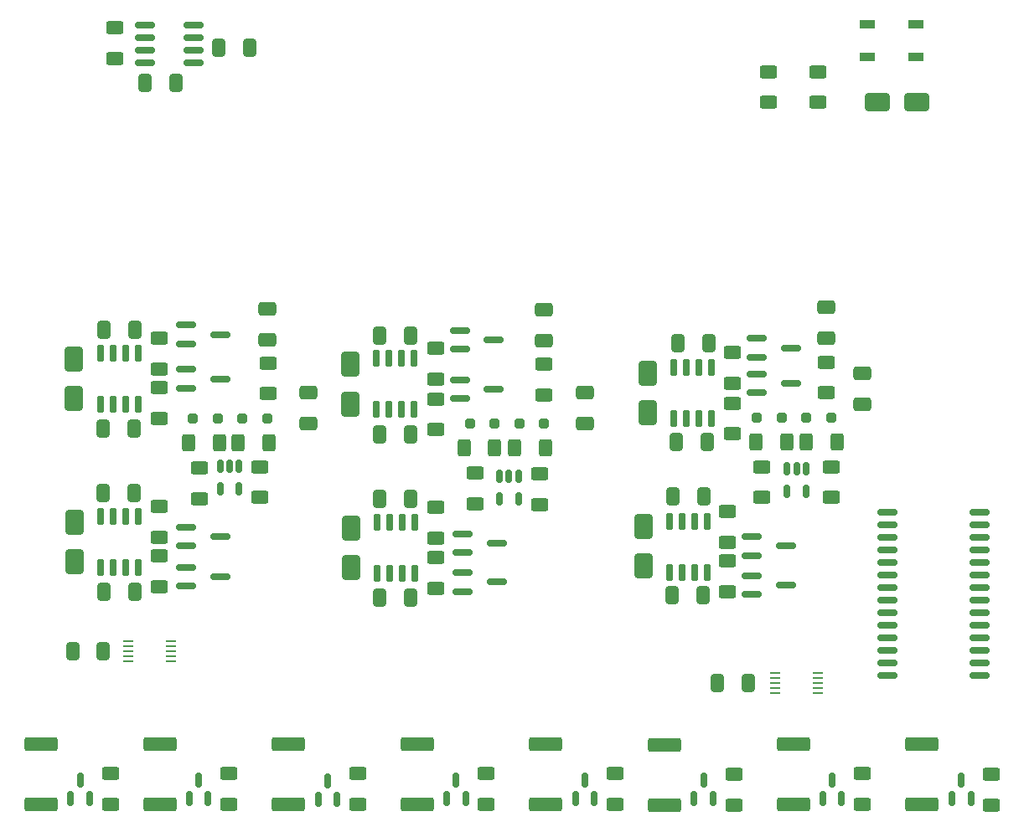
<source format=gbr>
%TF.GenerationSoftware,KiCad,Pcbnew,9.0.6*%
%TF.CreationDate,2026-01-05T12:44:01+01:00*%
%TF.ProjectId,velion_lightboard_pcb,76656c69-6f6e-45f6-9c69-676874626f61,rev?*%
%TF.SameCoordinates,Original*%
%TF.FileFunction,Paste,Bot*%
%TF.FilePolarity,Positive*%
%FSLAX46Y46*%
G04 Gerber Fmt 4.6, Leading zero omitted, Abs format (unit mm)*
G04 Created by KiCad (PCBNEW 9.0.6) date 2026-01-05 12:44:01*
%MOMM*%
%LPD*%
G01*
G04 APERTURE LIST*
G04 Aperture macros list*
%AMRoundRect*
0 Rectangle with rounded corners*
0 $1 Rounding radius*
0 $2 $3 $4 $5 $6 $7 $8 $9 X,Y pos of 4 corners*
0 Add a 4 corners polygon primitive as box body*
4,1,4,$2,$3,$4,$5,$6,$7,$8,$9,$2,$3,0*
0 Add four circle primitives for the rounded corners*
1,1,$1+$1,$2,$3*
1,1,$1+$1,$4,$5*
1,1,$1+$1,$6,$7*
1,1,$1+$1,$8,$9*
0 Add four rect primitives between the rounded corners*
20,1,$1+$1,$2,$3,$4,$5,0*
20,1,$1+$1,$4,$5,$6,$7,0*
20,1,$1+$1,$6,$7,$8,$9,0*
20,1,$1+$1,$8,$9,$2,$3,0*%
G04 Aperture macros list end*
%ADD10R,1.100000X0.250000*%
%ADD11RoundRect,0.250000X0.250000X0.250000X-0.250000X0.250000X-0.250000X-0.250000X0.250000X-0.250000X0*%
%ADD12RoundRect,0.250000X-0.412500X-0.650000X0.412500X-0.650000X0.412500X0.650000X-0.412500X0.650000X0*%
%ADD13RoundRect,0.150000X0.150000X-0.587500X0.150000X0.587500X-0.150000X0.587500X-0.150000X-0.587500X0*%
%ADD14RoundRect,0.162500X-0.837500X-0.162500X0.837500X-0.162500X0.837500X0.162500X-0.837500X0.162500X0*%
%ADD15RoundRect,0.150000X-0.150000X0.512500X-0.150000X-0.512500X0.150000X-0.512500X0.150000X0.512500X0*%
%ADD16RoundRect,0.250000X0.412500X0.650000X-0.412500X0.650000X-0.412500X-0.650000X0.412500X-0.650000X0*%
%ADD17RoundRect,0.250000X0.650000X-1.000000X0.650000X1.000000X-0.650000X1.000000X-0.650000X-1.000000X0*%
%ADD18RoundRect,0.250000X-0.625000X0.400000X-0.625000X-0.400000X0.625000X-0.400000X0.625000X0.400000X0*%
%ADD19RoundRect,0.250000X0.625000X-0.400000X0.625000X0.400000X-0.625000X0.400000X-0.625000X-0.400000X0*%
%ADD20RoundRect,0.150000X-0.150000X0.725000X-0.150000X-0.725000X0.150000X-0.725000X0.150000X0.725000X0*%
%ADD21RoundRect,0.250000X0.400000X0.625000X-0.400000X0.625000X-0.400000X-0.625000X0.400000X-0.625000X0*%
%ADD22RoundRect,0.250000X0.650000X-0.412500X0.650000X0.412500X-0.650000X0.412500X-0.650000X-0.412500X0*%
%ADD23RoundRect,0.249999X1.425001X-0.450001X1.425001X0.450001X-1.425001X0.450001X-1.425001X-0.450001X0*%
%ADD24RoundRect,0.150000X0.825000X0.150000X-0.825000X0.150000X-0.825000X-0.150000X0.825000X-0.150000X0*%
%ADD25RoundRect,0.250000X-0.250000X-0.250000X0.250000X-0.250000X0.250000X0.250000X-0.250000X0.250000X0*%
%ADD26RoundRect,0.150000X-0.875000X-0.150000X0.875000X-0.150000X0.875000X0.150000X-0.875000X0.150000X0*%
%ADD27RoundRect,0.250000X-1.000000X-0.650000X1.000000X-0.650000X1.000000X0.650000X-1.000000X0.650000X0*%
%ADD28RoundRect,0.090000X0.660000X0.360000X-0.660000X0.360000X-0.660000X-0.360000X0.660000X-0.360000X0*%
G04 APERTURE END LIST*
D10*
%TO.C,U6*%
X131000000Y-117750000D03*
X131000000Y-118250000D03*
X131000000Y-118750000D03*
X131000000Y-119250000D03*
X131000000Y-119750000D03*
X126700000Y-119750000D03*
X126700000Y-119250000D03*
X126700000Y-118750000D03*
X126700000Y-118250000D03*
X126700000Y-117750000D03*
%TD*%
D11*
%TO.C,D2*%
X132345000Y-91875000D03*
X129845000Y-91875000D03*
%TD*%
%TO.C,D6*%
X103345000Y-92475000D03*
X100845000Y-92475000D03*
%TD*%
D12*
%TO.C,C17*%
X58782500Y-99475000D03*
X61907500Y-99475000D03*
%TD*%
D13*
%TO.C,Q19*%
X57400000Y-130437500D03*
X55500000Y-130437500D03*
X56450000Y-128562500D03*
%TD*%
D14*
%TO.C,Q2*%
X128265000Y-84825000D03*
X124845000Y-85775000D03*
X124845000Y-83875000D03*
%TD*%
D15*
%TO.C,U7*%
X98845000Y-97800000D03*
X99795000Y-97800000D03*
X100745000Y-97800000D03*
X100745000Y-100075000D03*
X98845000Y-100075000D03*
%TD*%
D16*
%TO.C,C5*%
X124000000Y-118750000D03*
X120875000Y-118750000D03*
%TD*%
D11*
%TO.C,D9*%
X75345000Y-91975000D03*
X72845000Y-91975000D03*
%TD*%
D17*
%TO.C,D12*%
X55772500Y-89975000D03*
X55772500Y-85975000D03*
%TD*%
D18*
%TO.C,R23*%
X102845000Y-97575000D03*
X102845000Y-100675000D03*
%TD*%
%TO.C,R31*%
X74607500Y-96872500D03*
X74607500Y-99972500D03*
%TD*%
D14*
%TO.C,Q13*%
X70617500Y-83475000D03*
X67197500Y-84425000D03*
X67197500Y-82525000D03*
%TD*%
D10*
%TO.C,U14*%
X65612500Y-114500000D03*
X65612500Y-115000000D03*
X65612500Y-115500000D03*
X65612500Y-116000000D03*
X65612500Y-116500000D03*
X61312500Y-116500000D03*
X61312500Y-116000000D03*
X61312500Y-115500000D03*
X61312500Y-115000000D03*
X61312500Y-114500000D03*
%TD*%
D19*
%TO.C,R17*%
X103345000Y-89575000D03*
X103345000Y-86475000D03*
%TD*%
D12*
%TO.C,C16*%
X58782500Y-92975000D03*
X61907500Y-92975000D03*
%TD*%
D20*
%TO.C,U12*%
X58502500Y-85400000D03*
X59772500Y-85400000D03*
X61042500Y-85400000D03*
X62312500Y-85400000D03*
X62312500Y-90550000D03*
X61042500Y-90550000D03*
X59772500Y-90550000D03*
X58502500Y-90550000D03*
%TD*%
%TO.C,U13*%
X58502500Y-101900000D03*
X59772500Y-101900000D03*
X61042500Y-101900000D03*
X62312500Y-101900000D03*
X62312500Y-107050000D03*
X61042500Y-107050000D03*
X59772500Y-107050000D03*
X58502500Y-107050000D03*
%TD*%
D12*
%TO.C,C11*%
X86720000Y-110075000D03*
X89845000Y-110075000D03*
%TD*%
D20*
%TO.C,U11*%
X86440000Y-102500000D03*
X87710000Y-102500000D03*
X88980000Y-102500000D03*
X90250000Y-102500000D03*
X90250000Y-107650000D03*
X88980000Y-107650000D03*
X87710000Y-107650000D03*
X86440000Y-107650000D03*
%TD*%
D18*
%TO.C,R12*%
X132345000Y-96875000D03*
X132345000Y-99975000D03*
%TD*%
D21*
%TO.C,R24*%
X98345000Y-94975000D03*
X95245000Y-94975000D03*
%TD*%
D13*
%TO.C,Q17*%
X82400000Y-130500000D03*
X80500000Y-130500000D03*
X81450000Y-128625000D03*
%TD*%
D18*
%TO.C,R0*%
X148500000Y-128000000D03*
X148500000Y-131100000D03*
%TD*%
D19*
%TO.C,R10*%
X121845000Y-104475000D03*
X121845000Y-101375000D03*
%TD*%
D22*
%TO.C,C21*%
X135500000Y-90500000D03*
X135500000Y-87375000D03*
%TD*%
D19*
%TO.C,R22*%
X96345000Y-100575000D03*
X96345000Y-97475000D03*
%TD*%
D18*
%TO.C,R44*%
X59500000Y-127900000D03*
X59500000Y-131000000D03*
%TD*%
D14*
%TO.C,Q3*%
X127765000Y-108825000D03*
X124345000Y-109775000D03*
X124345000Y-107875000D03*
%TD*%
D13*
%TO.C,Q11*%
X108400000Y-130437500D03*
X106500000Y-130437500D03*
X107450000Y-128562500D03*
%TD*%
D19*
%TO.C,R40*%
X64407500Y-86975000D03*
X64407500Y-83875000D03*
%TD*%
D23*
%TO.C,R13*%
X115500000Y-131100000D03*
X115500000Y-125000000D03*
%TD*%
D19*
%TO.C,R33*%
X68482500Y-100075000D03*
X68482500Y-96975000D03*
%TD*%
D14*
%TO.C,Q16*%
X70617500Y-103900000D03*
X67197500Y-104850000D03*
X67197500Y-102950000D03*
%TD*%
D22*
%TO.C,C19*%
X79500000Y-92500000D03*
X79500000Y-89375000D03*
%TD*%
D20*
%TO.C,U3*%
X116035000Y-102375000D03*
X117305000Y-102375000D03*
X118575000Y-102375000D03*
X119845000Y-102375000D03*
X119845000Y-107525000D03*
X118575000Y-107525000D03*
X117305000Y-107525000D03*
X116035000Y-107525000D03*
%TD*%
D22*
%TO.C,C0*%
X131845000Y-83875000D03*
X131845000Y-80750000D03*
%TD*%
D18*
%TO.C,R14*%
X122500000Y-128000000D03*
X122500000Y-131100000D03*
%TD*%
D12*
%TO.C,C13*%
X86720000Y-100075000D03*
X89845000Y-100075000D03*
%TD*%
D23*
%TO.C,R38*%
X64500000Y-131050000D03*
X64500000Y-124950000D03*
%TD*%
D24*
%TO.C,U8*%
X67950000Y-52190000D03*
X67950000Y-53460000D03*
X67950000Y-54730000D03*
X67950000Y-56000000D03*
X63000000Y-56000000D03*
X63000000Y-54730000D03*
X63000000Y-53460000D03*
X63000000Y-52190000D03*
%TD*%
D21*
%TO.C,R25*%
X103445000Y-94975000D03*
X100345000Y-94975000D03*
%TD*%
D18*
%TO.C,R18*%
X92345000Y-84900000D03*
X92345000Y-88000000D03*
%TD*%
D19*
%TO.C,R8*%
X125345000Y-99975000D03*
X125345000Y-96875000D03*
%TD*%
D14*
%TO.C,Q4*%
X127765000Y-104875000D03*
X124345000Y-105825000D03*
X124345000Y-103925000D03*
%TD*%
D25*
%TO.C,D7*%
X95845000Y-92475000D03*
X98345000Y-92475000D03*
%TD*%
D14*
%TO.C,Q9*%
X98555000Y-104575000D03*
X95135000Y-105525000D03*
X95135000Y-103625000D03*
%TD*%
D12*
%TO.C,C1*%
X116845000Y-84375000D03*
X119970000Y-84375000D03*
%TD*%
D18*
%TO.C,R29*%
X110500000Y-127900000D03*
X110500000Y-131000000D03*
%TD*%
D12*
%TO.C,C14*%
X58845000Y-82975000D03*
X61970000Y-82975000D03*
%TD*%
D14*
%TO.C,Q10*%
X98555000Y-108525000D03*
X95135000Y-109475000D03*
X95135000Y-107575000D03*
%TD*%
D19*
%TO.C,R43*%
X64407500Y-104000000D03*
X64407500Y-100900000D03*
%TD*%
D17*
%TO.C,D4*%
X113845000Y-91375000D03*
X113845000Y-87375000D03*
%TD*%
D12*
%TO.C,C3*%
X116720000Y-94375000D03*
X119845000Y-94375000D03*
%TD*%
D13*
%TO.C,Q0*%
X146450000Y-130437500D03*
X144550000Y-130437500D03*
X145500000Y-128562500D03*
%TD*%
D21*
%TO.C,R32*%
X70507500Y-94475000D03*
X67407500Y-94475000D03*
%TD*%
D19*
%TO.C,R30*%
X75482500Y-89475000D03*
X75482500Y-86375000D03*
%TD*%
D12*
%TO.C,C10*%
X86687500Y-83575000D03*
X89812500Y-83575000D03*
%TD*%
D23*
%TO.C,R45*%
X52500000Y-131000000D03*
X52500000Y-124900000D03*
%TD*%
D16*
%TO.C,C18*%
X58812500Y-115500000D03*
X55687500Y-115500000D03*
%TD*%
D23*
%TO.C,R26*%
X103500000Y-131000000D03*
X103500000Y-124900000D03*
%TD*%
D20*
%TO.C,U4*%
X116440000Y-86800000D03*
X117710000Y-86800000D03*
X118980000Y-86800000D03*
X120250000Y-86800000D03*
X120250000Y-91950000D03*
X118980000Y-91950000D03*
X117710000Y-91950000D03*
X116440000Y-91950000D03*
%TD*%
D13*
%TO.C,Q12*%
X95400000Y-130437500D03*
X93500000Y-130437500D03*
X94450000Y-128562500D03*
%TD*%
D17*
%TO.C,D8*%
X83750000Y-90500000D03*
X83750000Y-86500000D03*
%TD*%
D20*
%TO.C,U9*%
X86345000Y-85925000D03*
X87615000Y-85925000D03*
X88885000Y-85925000D03*
X90155000Y-85925000D03*
X90155000Y-91075000D03*
X88885000Y-91075000D03*
X87615000Y-91075000D03*
X86345000Y-91075000D03*
%TD*%
D19*
%TO.C,R19*%
X92345000Y-109175000D03*
X92345000Y-106075000D03*
%TD*%
%TO.C,R7*%
X122345000Y-93525000D03*
X122345000Y-90425000D03*
%TD*%
D13*
%TO.C,Q18*%
X69400000Y-130437500D03*
X67500000Y-130437500D03*
X68450000Y-128562500D03*
%TD*%
D14*
%TO.C,Q14*%
X70617500Y-87975000D03*
X67197500Y-88925000D03*
X67197500Y-87025000D03*
%TD*%
D12*
%TO.C,C7*%
X70475000Y-54460000D03*
X73600000Y-54460000D03*
%TD*%
D15*
%TO.C,U10*%
X70607500Y-96835000D03*
X71557500Y-96835000D03*
X72507500Y-96835000D03*
X72507500Y-99110000D03*
X70607500Y-99110000D03*
%TD*%
D23*
%TO.C,R15*%
X128500000Y-131000000D03*
X128500000Y-124900000D03*
%TD*%
D19*
%TO.C,R5*%
X131845000Y-89375000D03*
X131845000Y-86275000D03*
%TD*%
%TO.C,R21*%
X92345000Y-93100000D03*
X92345000Y-90000000D03*
%TD*%
D14*
%TO.C,Q7*%
X98265000Y-84025000D03*
X94845000Y-84975000D03*
X94845000Y-83075000D03*
%TD*%
D22*
%TO.C,C20*%
X107500000Y-92500000D03*
X107500000Y-89375000D03*
%TD*%
D26*
%TO.C,U2*%
X138000000Y-117970000D03*
X138000000Y-116700000D03*
X138000000Y-115430000D03*
X138000000Y-114160000D03*
X138000000Y-112890000D03*
X138000000Y-111620000D03*
X138000000Y-110350000D03*
X138000000Y-109080000D03*
X138000000Y-107810000D03*
X138000000Y-106540000D03*
X138000000Y-105270000D03*
X138000000Y-104000000D03*
X138000000Y-102730000D03*
X138000000Y-101460000D03*
X147300000Y-101460000D03*
X147300000Y-102730000D03*
X147300000Y-104000000D03*
X147300000Y-105270000D03*
X147300000Y-106540000D03*
X147300000Y-107810000D03*
X147300000Y-109080000D03*
X147300000Y-110350000D03*
X147300000Y-111620000D03*
X147300000Y-112890000D03*
X147300000Y-114160000D03*
X147300000Y-115430000D03*
X147300000Y-116700000D03*
X147300000Y-117970000D03*
%TD*%
D23*
%TO.C,R36*%
X77500000Y-131000000D03*
X77500000Y-124900000D03*
%TD*%
D17*
%TO.C,D11*%
X83845000Y-107075000D03*
X83845000Y-103075000D03*
%TD*%
%TO.C,D13*%
X55907500Y-106475000D03*
X55907500Y-102475000D03*
%TD*%
D18*
%TO.C,R2*%
X126000000Y-56900000D03*
X126000000Y-60000000D03*
%TD*%
D21*
%TO.C,R6*%
X127845000Y-94375000D03*
X124745000Y-94375000D03*
%TD*%
D13*
%TO.C,Q6*%
X120400000Y-130437500D03*
X118500000Y-130437500D03*
X119450000Y-128562500D03*
%TD*%
D12*
%TO.C,C2*%
X116345000Y-99875000D03*
X119470000Y-99875000D03*
%TD*%
%TO.C,C8*%
X63000000Y-58000000D03*
X66125000Y-58000000D03*
%TD*%
%TO.C,C4*%
X116282500Y-109875000D03*
X119407500Y-109875000D03*
%TD*%
%TO.C,C12*%
X86720000Y-93575000D03*
X89845000Y-93575000D03*
%TD*%
D25*
%TO.C,D10*%
X67845000Y-91975000D03*
X70345000Y-91975000D03*
%TD*%
D19*
%TO.C,R4*%
X122345000Y-88425000D03*
X122345000Y-85325000D03*
%TD*%
D21*
%TO.C,R11*%
X132945000Y-94375000D03*
X129845000Y-94375000D03*
%TD*%
D22*
%TO.C,C9*%
X75407500Y-84037500D03*
X75407500Y-80912500D03*
%TD*%
D27*
%TO.C,D0*%
X137000000Y-60000000D03*
X141000000Y-60000000D03*
%TD*%
D17*
%TO.C,D5*%
X113345000Y-106875000D03*
X113345000Y-102875000D03*
%TD*%
D18*
%TO.C,R37*%
X84500000Y-127900000D03*
X84500000Y-131000000D03*
%TD*%
D13*
%TO.C,Q5*%
X133400000Y-130437500D03*
X131500000Y-130437500D03*
X132450000Y-128562500D03*
%TD*%
D25*
%TO.C,D3*%
X124845000Y-91875000D03*
X127345000Y-91875000D03*
%TD*%
D18*
%TO.C,R20*%
X92345000Y-100975000D03*
X92345000Y-104075000D03*
%TD*%
D22*
%TO.C,C6*%
X103345000Y-84075000D03*
X103345000Y-80950000D03*
%TD*%
D15*
%TO.C,U5*%
X127895000Y-97100000D03*
X128845000Y-97100000D03*
X129795000Y-97100000D03*
X129795000Y-99375000D03*
X127895000Y-99375000D03*
%TD*%
D23*
%TO.C,R1*%
X141500000Y-131050000D03*
X141500000Y-124950000D03*
%TD*%
D14*
%TO.C,Q1*%
X128265000Y-88425000D03*
X124845000Y-89375000D03*
X124845000Y-87475000D03*
%TD*%
D19*
%TO.C,R9*%
X121845000Y-109475000D03*
X121845000Y-106375000D03*
%TD*%
D28*
%TO.C,D1*%
X140900000Y-52100000D03*
X140900000Y-55400000D03*
X136000000Y-55400000D03*
X136000000Y-52100000D03*
%TD*%
D18*
%TO.C,R42*%
X64407500Y-105900000D03*
X64407500Y-109000000D03*
%TD*%
D14*
%TO.C,Q15*%
X70617500Y-107975000D03*
X67197500Y-108925000D03*
X67197500Y-107025000D03*
%TD*%
D18*
%TO.C,R35*%
X71500000Y-127900000D03*
X71500000Y-131000000D03*
%TD*%
D19*
%TO.C,R41*%
X64407500Y-91975000D03*
X64407500Y-88875000D03*
%TD*%
D18*
%TO.C,R28*%
X97500000Y-127900000D03*
X97500000Y-131000000D03*
%TD*%
%TO.C,R39*%
X60000000Y-52460000D03*
X60000000Y-55560000D03*
%TD*%
%TO.C,R16*%
X135500000Y-127900000D03*
X135500000Y-131000000D03*
%TD*%
D21*
%TO.C,R34*%
X75507500Y-94475000D03*
X72407500Y-94475000D03*
%TD*%
D23*
%TO.C,R27*%
X90500000Y-131000000D03*
X90500000Y-124900000D03*
%TD*%
D12*
%TO.C,C15*%
X58845000Y-109475000D03*
X61970000Y-109475000D03*
%TD*%
D14*
%TO.C,Q8*%
X98265000Y-89025000D03*
X94845000Y-89975000D03*
X94845000Y-88075000D03*
%TD*%
D18*
%TO.C,R3*%
X131000000Y-56900000D03*
X131000000Y-60000000D03*
%TD*%
M02*

</source>
